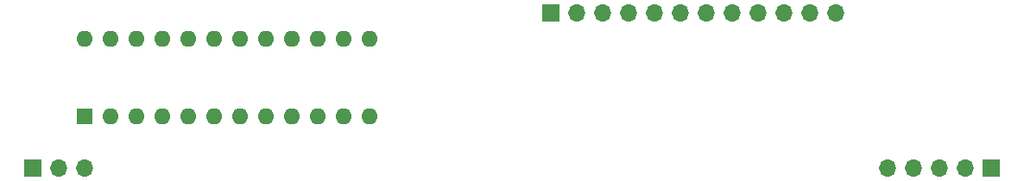
<source format=gbr>
%TF.GenerationSoftware,KiCad,Pcbnew,(6.0.0-0)*%
%TF.CreationDate,2022-07-05T22:02:20-04:00*%
%TF.ProjectId,Comparator,436f6d70-6172-4617-946f-722e6b696361,rev?*%
%TF.SameCoordinates,Original*%
%TF.FileFunction,Soldermask,Bot*%
%TF.FilePolarity,Negative*%
%FSLAX46Y46*%
G04 Gerber Fmt 4.6, Leading zero omitted, Abs format (unit mm)*
G04 Created by KiCad (PCBNEW (6.0.0-0)) date 2022-07-05 22:02:20*
%MOMM*%
%LPD*%
G01*
G04 APERTURE LIST*
%ADD10R,1.600000X1.600000*%
%ADD11O,1.600000X1.600000*%
%ADD12R,1.700000X1.700000*%
%ADD13O,1.700000X1.700000*%
G04 APERTURE END LIST*
D10*
%TO.C,SW2*%
X113787000Y-99822000D03*
D11*
X116327000Y-99822000D03*
X118867000Y-99822000D03*
X121407000Y-99822000D03*
X123947000Y-99822000D03*
X126487000Y-99822000D03*
X129027000Y-99822000D03*
X131567000Y-99822000D03*
X134107000Y-99822000D03*
X136647000Y-99822000D03*
X139187000Y-99822000D03*
X141727000Y-99822000D03*
X141727000Y-92202000D03*
X139187000Y-92202000D03*
X136647000Y-92202000D03*
X134107000Y-92202000D03*
X131567000Y-92202000D03*
X129027000Y-92202000D03*
X126487000Y-92202000D03*
X123947000Y-92202000D03*
X121407000Y-92202000D03*
X118867000Y-92202000D03*
X116327000Y-92202000D03*
X113787000Y-92202000D03*
%TD*%
D12*
%TO.C,J8*%
X202697000Y-104902000D03*
D13*
X200157000Y-104902000D03*
X197617000Y-104902000D03*
X195077000Y-104902000D03*
X192537000Y-104902000D03*
%TD*%
D12*
%TO.C,J29*%
X108712000Y-104902000D03*
D13*
X111252000Y-104902000D03*
X113792000Y-104902000D03*
%TD*%
D12*
%TO.C,J7*%
X159497000Y-89662000D03*
D13*
X162037000Y-89662000D03*
X164577000Y-89662000D03*
X167117000Y-89662000D03*
X169657000Y-89662000D03*
X172197000Y-89662000D03*
X174737000Y-89662000D03*
X177277000Y-89662000D03*
X179817000Y-89662000D03*
X182357000Y-89662000D03*
X184897000Y-89662000D03*
X187437000Y-89662000D03*
%TD*%
M02*

</source>
